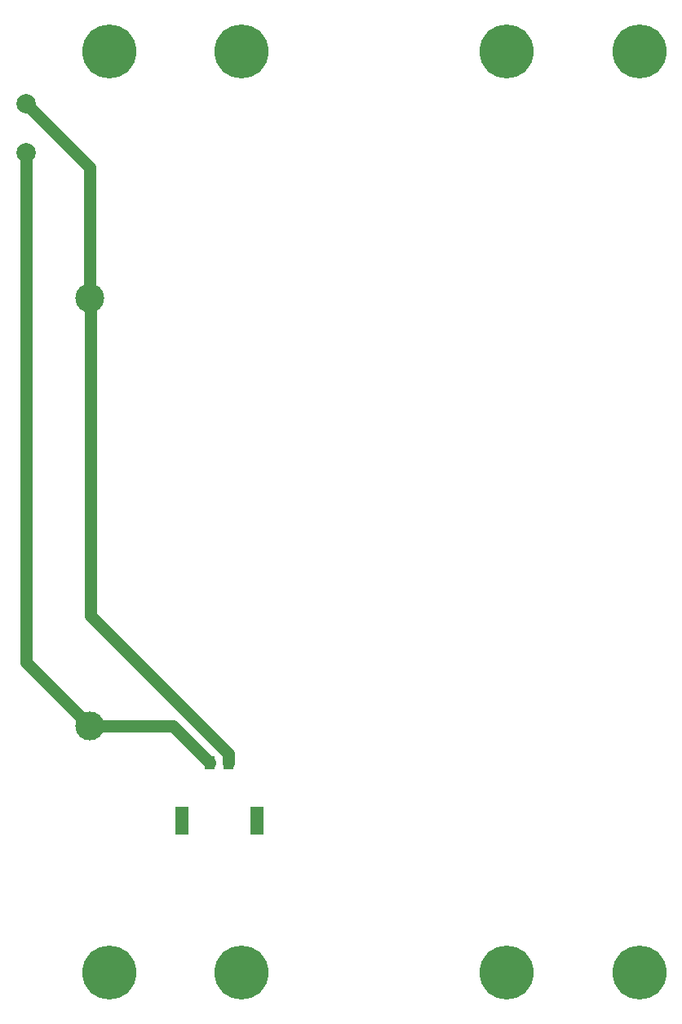
<source format=gbl>
G04 #@! TF.GenerationSoftware,KiCad,Pcbnew,(6.0.5-0)*
G04 #@! TF.CreationDate,2022-12-26T00:11:25-05:00*
G04 #@! TF.ProjectId,solar-cell-pcbs-usb,736f6c61-722d-4636-956c-6c2d70636273,2*
G04 #@! TF.SameCoordinates,Original*
G04 #@! TF.FileFunction,Copper,L2,Bot*
G04 #@! TF.FilePolarity,Positive*
%FSLAX46Y46*%
G04 Gerber Fmt 4.6, Leading zero omitted, Abs format (unit mm)*
G04 Created by KiCad (PCBNEW (6.0.5-0)) date 2022-12-26 00:11:25*
%MOMM*%
%LPD*%
G01*
G04 APERTURE LIST*
G04 #@! TA.AperFunction,ComponentPad*
%ADD10C,2.000000*%
G04 #@! TD*
G04 #@! TA.AperFunction,ComponentPad*
%ADD11C,5.600000*%
G04 #@! TD*
G04 #@! TA.AperFunction,ComponentPad*
%ADD12C,3.000000*%
G04 #@! TD*
G04 #@! TA.AperFunction,SMDPad,CuDef*
%ADD13R,1.100000X1.450000*%
G04 #@! TD*
G04 #@! TA.AperFunction,SMDPad,CuDef*
%ADD14R,1.350000X2.899999*%
G04 #@! TD*
G04 #@! TA.AperFunction,Conductor*
%ADD15C,1.270000*%
G04 #@! TD*
G04 APERTURE END LIST*
D10*
X75950000Y-53250000D03*
D11*
X98350000Y-138250000D03*
X84600000Y-42750000D03*
D12*
X82600000Y-112700000D03*
D11*
X139600000Y-138250000D03*
X84600000Y-138250000D03*
X125850000Y-42750000D03*
D10*
X76000000Y-48150000D03*
D12*
X82600000Y-68300000D03*
D11*
X139600000Y-42750000D03*
X98350000Y-42750000D03*
X125850000Y-138250000D03*
D13*
X97000000Y-116500000D03*
X94999999Y-116500000D03*
D14*
X99894998Y-122474999D03*
X92105003Y-122474999D03*
D15*
X76000000Y-48150000D02*
X82600000Y-54750000D01*
X82700000Y-68400000D02*
X82700000Y-101255001D01*
X82600000Y-68300000D02*
X82700000Y-68400000D01*
X82700000Y-101255001D02*
X97000000Y-115555001D01*
X97000000Y-115555001D02*
X97000000Y-116500000D01*
X82600000Y-54750000D02*
X82600000Y-68300000D01*
X91199999Y-112700000D02*
X82600000Y-112700000D01*
X94999999Y-116500000D02*
X91199999Y-112700000D01*
X75950000Y-106050000D02*
X75950000Y-53250000D01*
X82600000Y-112700000D02*
X75950000Y-106050000D01*
M02*

</source>
